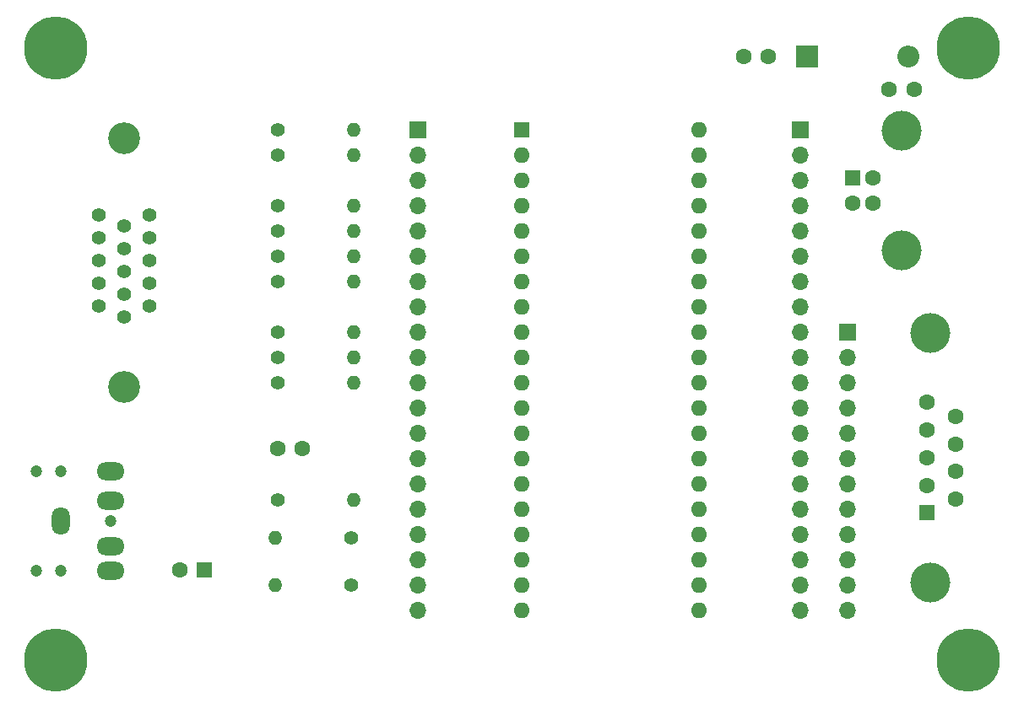
<source format=gts>
G04 #@! TF.GenerationSoftware,KiCad,Pcbnew,(6.0.1)*
G04 #@! TF.CreationDate,2022-07-17T04:51:43-04:00*
G04 #@! TF.ProjectId,PicoVGA,5069636f-5647-4412-9e6b-696361645f70,1*
G04 #@! TF.SameCoordinates,Original*
G04 #@! TF.FileFunction,Soldermask,Top*
G04 #@! TF.FilePolarity,Negative*
%FSLAX46Y46*%
G04 Gerber Fmt 4.6, Leading zero omitted, Abs format (unit mm)*
G04 Created by KiCad (PCBNEW (6.0.1)) date 2022-07-17 04:51:43*
%MOMM*%
%LPD*%
G01*
G04 APERTURE LIST*
%ADD10R,1.700000X1.700000*%
%ADD11O,1.700000X1.700000*%
%ADD12C,4.000000*%
%ADD13R,1.600000X1.600000*%
%ADD14C,1.600000*%
%ADD15C,1.400000*%
%ADD16O,1.400000X1.400000*%
%ADD17R,2.200000X2.200000*%
%ADD18O,2.200000X2.200000*%
%ADD19O,1.600000X1.600000*%
%ADD20C,1.200000*%
%ADD21O,2.800000X1.800000*%
%ADD22O,1.800000X2.800000*%
%ADD23C,6.350000*%
%ADD24C,3.200000*%
%ADD25C,1.397000*%
G04 APERTURE END LIST*
D10*
X158750000Y-121915000D03*
D11*
X158750000Y-124455000D03*
X158750000Y-126995000D03*
X158750000Y-129535000D03*
X158750000Y-132075000D03*
X158750000Y-134615000D03*
X158750000Y-137155000D03*
X158750000Y-139695000D03*
X158750000Y-142235000D03*
X158750000Y-144775000D03*
X158750000Y-147315000D03*
X158750000Y-149855000D03*
D12*
X167051000Y-147041000D03*
X167051000Y-122041000D03*
D13*
X166751000Y-140081000D03*
D14*
X166751000Y-137311000D03*
X166751000Y-134541000D03*
X166751000Y-131771000D03*
X166751000Y-129001000D03*
X169591000Y-138696000D03*
X169591000Y-135926000D03*
X169591000Y-133156000D03*
X169591000Y-130386000D03*
D15*
X101600000Y-127000000D03*
D16*
X109220000Y-127000000D03*
D13*
X159328500Y-106446000D03*
D14*
X159328500Y-108946000D03*
X161328500Y-108946000D03*
X161328500Y-106446000D03*
D12*
X164188500Y-113696000D03*
X164188500Y-101696000D03*
D17*
X154686000Y-94234000D03*
D18*
X164846000Y-94234000D03*
D14*
X150856000Y-94234000D03*
X148356000Y-94234000D03*
X162961000Y-97536000D03*
X165461000Y-97536000D03*
D15*
X101600000Y-101600000D03*
D16*
X109220000Y-101600000D03*
D15*
X101600000Y-104140000D03*
D16*
X109220000Y-104140000D03*
D15*
X101600000Y-109220000D03*
D16*
X109220000Y-109220000D03*
D15*
X101600000Y-111760000D03*
D16*
X109220000Y-111760000D03*
D15*
X101600000Y-114300000D03*
D16*
X109220000Y-114300000D03*
D15*
X101600000Y-116840000D03*
D16*
X109220000Y-116840000D03*
D15*
X101600000Y-121920000D03*
D16*
X109220000Y-121920000D03*
D15*
X101600000Y-124460000D03*
D16*
X109220000Y-124460000D03*
D13*
X126106000Y-101600000D03*
D19*
X126106000Y-104140000D03*
X126106000Y-106680000D03*
X126106000Y-109220000D03*
X126106000Y-111760000D03*
X126106000Y-114300000D03*
X126106000Y-116840000D03*
X126106000Y-119380000D03*
X126106000Y-121920000D03*
X126106000Y-124460000D03*
X126106000Y-127000000D03*
X126106000Y-129540000D03*
X126106000Y-132080000D03*
X126106000Y-134620000D03*
X126106000Y-137160000D03*
X126106000Y-139700000D03*
X126106000Y-142240000D03*
X126106000Y-144780000D03*
X126106000Y-147320000D03*
X126106000Y-149860000D03*
X143886000Y-149860000D03*
X143886000Y-147320000D03*
X143886000Y-144780000D03*
X143886000Y-142240000D03*
X143886000Y-139700000D03*
X143886000Y-137160000D03*
X143886000Y-134620000D03*
X143886000Y-132080000D03*
X143886000Y-129540000D03*
X143886000Y-127000000D03*
X143886000Y-124460000D03*
X143886000Y-121920000D03*
X143886000Y-119380000D03*
X143886000Y-116840000D03*
X143886000Y-114300000D03*
X143886000Y-111760000D03*
X143886000Y-109220000D03*
X143886000Y-106680000D03*
X143886000Y-104140000D03*
X143886000Y-101600000D03*
D15*
X108966000Y-147320000D03*
D16*
X101346000Y-147320000D03*
D15*
X108966000Y-142621000D03*
D16*
X101346000Y-142621000D03*
D15*
X101600000Y-138811000D03*
D16*
X109220000Y-138811000D03*
D11*
X154051000Y-149860000D03*
X154051000Y-147320000D03*
X154051000Y-144780000D03*
X154051000Y-142240000D03*
X154051000Y-139700000D03*
X154051000Y-137160000D03*
X154051000Y-134620000D03*
X154051000Y-132080000D03*
X154051000Y-129540000D03*
X154051000Y-127000000D03*
X154051000Y-124460000D03*
X154051000Y-121920000D03*
X154051000Y-119380000D03*
X154051000Y-116840000D03*
X154051000Y-114300000D03*
X154051000Y-111760000D03*
X154051000Y-109220000D03*
X154051000Y-106680000D03*
X154051000Y-104140000D03*
D10*
X154051000Y-101600000D03*
D20*
X77406000Y-135906000D03*
X77406000Y-145906000D03*
X79906000Y-135906000D03*
X84906000Y-140906000D03*
X79906000Y-145906000D03*
D21*
X84906000Y-135906000D03*
X84906000Y-138906000D03*
D22*
X79906000Y-140906000D03*
D21*
X84906000Y-145906000D03*
X84906000Y-143406000D03*
D10*
X115692000Y-101600000D03*
D11*
X115692000Y-104140000D03*
X115692000Y-106680000D03*
X115692000Y-109220000D03*
X115692000Y-111760000D03*
X115692000Y-114300000D03*
X115692000Y-116840000D03*
X115692000Y-119380000D03*
X115692000Y-121920000D03*
X115692000Y-124460000D03*
X115692000Y-127000000D03*
X115692000Y-129540000D03*
X115692000Y-132080000D03*
X115692000Y-134620000D03*
X115692000Y-137160000D03*
X115692000Y-139700000D03*
X115692000Y-142240000D03*
X115692000Y-144780000D03*
X115692000Y-147320000D03*
X115692000Y-149860000D03*
D13*
X94296113Y-145796000D03*
D14*
X91796113Y-145796000D03*
X101620000Y-133604000D03*
X104120000Y-133604000D03*
D23*
X79406000Y-154906000D03*
X170906000Y-154906000D03*
X170906000Y-93406000D03*
X79406000Y-93406000D03*
D24*
X86262410Y-102478990D03*
X86262410Y-127467510D03*
D25*
X88802410Y-119283630D03*
X88802410Y-116992550D03*
X88802410Y-114706550D03*
X88802410Y-112412930D03*
X88802410Y-110124390D03*
X86262410Y-120429170D03*
X86262410Y-118138090D03*
X86262410Y-115847010D03*
X86262410Y-113558470D03*
X86262410Y-111267390D03*
X83722410Y-119283630D03*
X83722410Y-116992550D03*
X83724950Y-114704010D03*
X83722410Y-112412930D03*
X83722410Y-110124390D03*
M02*

</source>
